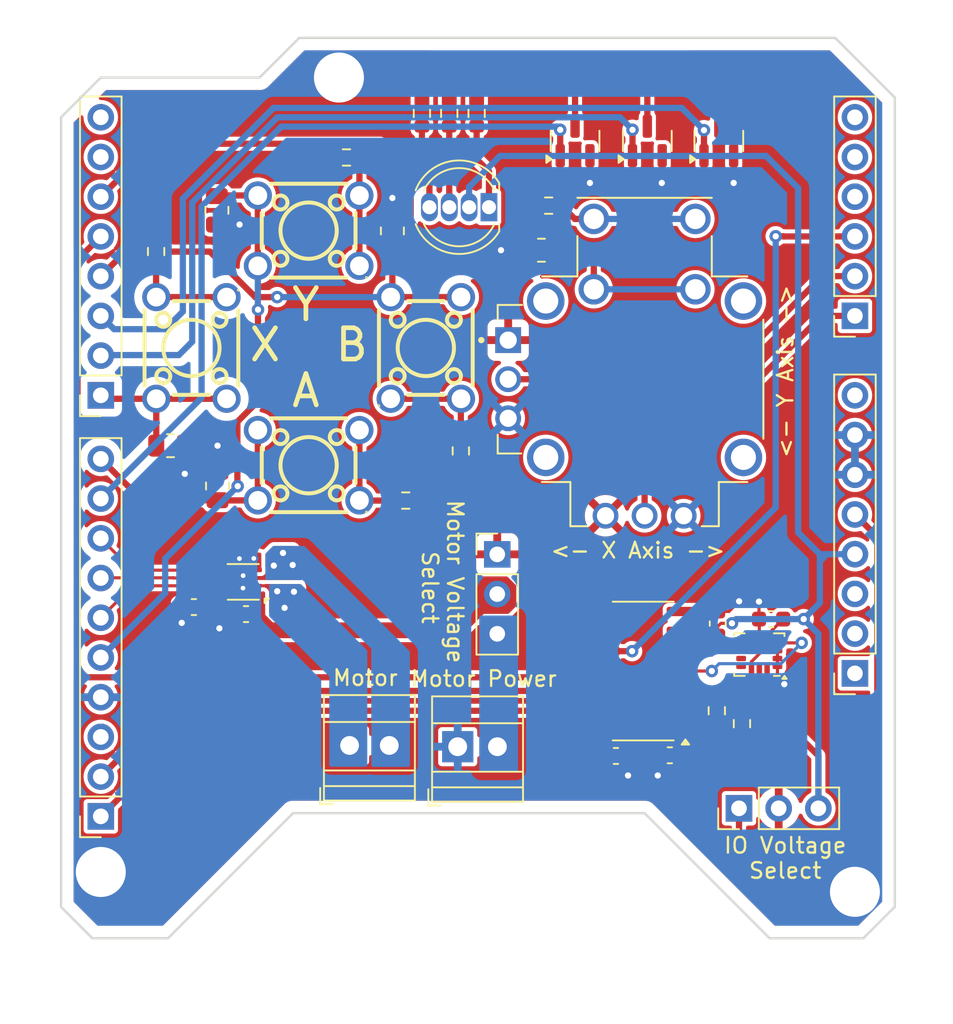
<source format=kicad_pcb>
(kicad_pcb (version 20240108) (generator "pcbnew") (generator_version "8.0")
  (title_block (date "mar. 31 mars 2015"))
  (layers (0 "F.Cu" signal) (31 "B.Cu" signal) (34 "B.Paste" user) (35 "F.Paste" user) (36 "B.SilkS" user "B.Silkscreen") (37 "F.SilkS" user "F.Silkscreen") (38 "B.Mask" user) (39 "F.Mask" user) (44 "Edge.Cuts" user))
  (net 0 "")
  (net 1 "GND")
  (net 3 "+5V")
  (net 4 "/IOREF")
  (net 5 "/A0")
  (net 6 "/A1")
  (net 7 "/A2")
  (net 8 "/A3")
  (net 9 "/SDA{slash}A4")
  (net 10 "/SCL{slash}A5")
  (net 11 "/13")
  (net 12 "/12")
  (net 13 "/AREF")
  (net 14 "/8")
  (net 15 "/7")
  (net 16 "/*11")
  (net 17 "/*10")
  (net 18 "/*9")
  (net 19 "/4")
  (net 20 "/2")
  (net 21 "/*6")
  (net 22 "/*5")
  (net 23 "/TX{slash}1")
  (net 24 "/*3")
  (net 25 "/RX{slash}0")
  (net 26 "+3V3")
  (net 27 "VCC")
  (net 28 "/~{RESET}")
  (net 29 "/Logic_supply")
  (net 30 "Net-(J8-Pin_2)")
  (net 31 "Net-(D1-GA)")
  (net 32 "Net-(D1-BA)")
  (net 33 "Net-(D1-RA)")
  (net 34 "Net-(J5-Pin_2)")
  (net 35 "Net-(J6-Pin_1)")
  (net 36 "Net-(J6-Pin_2)")
  (net 37 "Net-(Q1-D)")
  (net 38 "Net-(Q2-D)")
  (net 39 "Net-(Q3-D)")
  (net 40 "Net-(R1-Pad2)")
  (net 41 "Net-(R5-Pad2)")
  (net 42 "Net-(R6-Pad2)")
  (net 43 "Net-(R8-Pad2)")
  (net 44 "Net-(R10-Pad2)")
  (net 45 "/IMU/INT1_3V3")
  (net 46 "/IMU/SDA_3V3")
  (net 48 "/IMU/SCL_3V3")
  (net 49 "/IMU/INT2_3V3")
  (footprint "Connector_PinSocket_2.54mm:PinSocket_1x08_P2.54mm_Vertical" (layer "F.Cu") (at 159.4 85.85 180)
    (property "Reference" "J1" (hide yes))
    (property "Value" "Power" (hide yes))
  )
  (footprint "Connector_PinSocket_2.54mm:PinSocket_1x06_P2.54mm_Vertical" (layer "F.Cu") (at 159.4 62.99 180)
    (property "Reference" "J3" (hide yes))
    (property "Value" "Analog" (hide yes))
  )
  (footprint "Connector_PinSocket_2.54mm:PinSocket_1x10_P2.54mm_Vertical" (layer "F.Cu") (at 111.14 94.994 180)
    (property "Reference" "J2" (hide yes))
    (property "Value" "Digital/PWM" (hide yes))
  )
  (footprint "Connector_PinSocket_2.54mm:PinSocket_1x08_P2.54mm_Vertical" (layer "F.Cu") (at 111.14 68.07 180)
    (property "Reference" "J4" (hide yes))
    (property "Value" "Digital/PWM" (hide yes))
  )
  (footprint "Resistor_SMD:R_0805_2012Metric" (layer "F.Cu") (at 115.6025 71.29 180)
    (property "Reference" "R7" (hide yes))
    (property "Value" "10K" (hide yes))
  )
  (footprint "STM32_Tuts_Footprints:CNK_THB001P" (layer "F.Cu") (at 145.94 67.04 180)
    (property "Reference" "U3" (hide yes))
    (property "Value" "THB001P" (hide yes))
  )
  (footprint "Connector_PinHeader_2.54mm:PinHeader_1x03_P2.54mm_Vertical" (layer "F.Cu") (at 136.51 78.24)
    (property "Reference" "J8" (hide yes))
    (property "Value" "Conn_01x03" (hide yes))
  )
  (footprint "Capacitor_SMD:C_0603_1608Metric" (layer "F.Cu") (at 120.435 82.06 180)
    (property "Reference" "C4" (hide yes))
    (property "Value" "100nF" (hide yes))
  )
  (footprint "STM32_Tuts_Footprints:SW-TH_4P-L6.0-W6.0-P4.50-LS6.5" (layer "F.Cu") (at 131.94 65.04 90)
    (property "Reference" "SW3" (hide yes))
    (property "Value" "Push Button" (hide yes))
  )
  (footprint "Package_SO:SOIC-14_3.9x8.7mm_P1.27mm" (layer "F.Cu") (at 145.85 85.7025 180)
    (property "Reference" "U5" (hide yes))
    (property "Value" "TXB0104PW" (hide yes))
  )
  (footprint "Resistor_SMD:R_0805_2012Metric" (layer "F.Cu") (at 118.57 56.24 90)
    (property "Reference" "R4" (hide yes))
    (property "Value" "10K" (hide yes))
  )
  (footprint "Resistor_SMD:R_0603_1608Metric" (layer "F.Cu") (at 134.18 71.625 90)
    (property "Reference" "R8" (hide yes))
    (property "Value" "1K" (hide yes))
  )
  (footprint "Package_TO_SOT_SMD:SOT-23" (layer "F.Cu") (at 146.115 51.8025 90)
    (property "Reference" "Q2" (hide yes))
    (property "Value" "2N7002" (hide yes))
  )
  (footprint "Capacitor_SMD:C_0603_1608Metric" (layer "F.Cu") (at 117.095 81.61 180)
    (property "Reference" "C3" (hide yes))
    (property "Value" "100nF" (hide yes))
  )
  (footprint "Resistor_SMD:R_0603_1608Metric" (layer "F.Cu") (at 152.17 89.065 90)
    (property "Reference" "R14" (hide yes))
    (property "Value" "4K7" (hide yes))
  )
  (footprint "Resistor_SMD:R_0603_1608Metric" (layer "F.Cu") (at 135.19 50.04 -90)
    (property "Reference" "R13" (hide yes))
    (property "Value" "1K" (hide yes))
  )
  (footprint "Resistor_SMD:R_0603_1608Metric" (layer "F.Cu") (at 131.69 50.04 -90)
    (property "Reference" "R12" (hide yes))
    (property "Value" "1K" (hide yes))
  )
  (footprint "MountingHole:MountingHole_3.2mm_M3" (layer "F.Cu") (at 111.14 98.55 90)
    (property "Reference" "H2" (hide yes))
    (property "Value" "3.2mm" (hide yes))
  )
  (footprint "Resistor_SMD:R_0805_2012Metric" (layer "F.Cu") (at 139.34 58.79)
    (property "Reference" "R3" (hide yes))
    (property "Value" "10K" (hide yes))
  )
  (footprint "Resistor_SMD:R_0603_1608Metric" (layer "F.Cu") (at 130.655 74.8 180)
    (property "Reference" "R10" (hide yes))
    (property "Value" "1K" (hide yes))
  )
  (footprint "Capacitor_SMD:C_0603_1608Metric" (layer "F.Cu") (at 154.035 82.38 180)
    (property "Reference" "C1" (hide yes))
    (property "Value" "100nF" (hide yes))
  )
  (footprint "Resistor_SMD:R_0603_1608Metric" (layer "F.Cu") (at 133.44 50.04 -90)
    (property "Reference" "R2" (hide yes))
    (property "Value" "1K" (hide yes))
  )
  (footprint "Package_TO_SOT_SMD:SOT-23" (layer "F.Cu") (at 150.69 51.8025 90)
    (property "Reference" "Q1" (hide yes))
    (property "Value" "2N7002" (hide yes))
  )
  (footprint "Resistor_SMD:R_0603_1608Metric" (layer "F.Cu") (at 126.865 52.86)
    (property "Reference" "R5" (hide yes))
    (property "Value" "1K" (hide yes))
  )
  (footprint "Resistor_SMD:R_0603_1608Metric" (layer "F.Cu") (at 114.68 58.875 -90)
    (property "Reference" "R6" (hide yes))
    (property "Value" "1K" (hide yes))
  )
  (footprint "Package_SON:WSON-8-1EP_2x2mm_P0.5mm_EP0.9x1.6mm" (layer "F.Cu") (at 120.25 80 180)
    (property "Reference" "U2" (hide yes))
    (property "Value" "DRV8837C" (hide yes))
  )
  (footprint "STM32_Tuts_Footprints:SW-TH_4P-L6.0-W6.0-P4.50-LS6.5" (layer "F.Cu") (at 116.94 65.04 -90)
    (property "Reference" "SW2" (hide yes))
    (property "Value" "Push Button" (hide yes))
  )
  (footprint "Resistor_SMD:R_0603_1608Metric" (layer "F.Cu") (at 150.56 88.24 90)
    (property "Reference" "R15" (hide yes))
    (property "Value" "4K7" (hide yes))
  )
  (footprint "Capacitor_SMD:C_0603_1608Metric" (layer "F.Cu") (at 147.555 91.09 180)
    (property "Reference" "C5" (hide yes))
    (property "Value" "100nF" (hide yes))
  )
  (footprint "Resistor_SMD:R_0805_2012Metric" (layer "F.Cu") (at 129.8 57.5575 -90)
    (property "Reference" "R9" (hide yes))
    (property "Value" "10K" (hide yes))
  )
  (footprint "Capacitor_SMD:C_0603_1608Metric" (layer "F.Cu") (at 150.62 82.665 90)
    (property "Reference" "C2" (hide yes))
    (property "Value" "100nF" (hide yes))
  )
  (footprint "TerminalBlock:TerminalBlock_Xinya_XY308-2.54-2P_1x02_P2.54mm_Horizontal" (layer "F.Cu") (at 127.06 90.46)
    (property "Reference" "J6" (hide yes))
    (property "Value" "XY308-2.54-2P" (hide yes))
  )
  (footprint "STM32_Tuts_Footprints:SW-TH_4P-L6.0-W6.0-P4.50-LS6.5" (layer "F.Cu") (at 124.44 57.54 180)
    (property "Reference" "SW1" (hide yes))
    (property "Value" "Push Button" (hide yes))
  )
  (footprint "Package_TO_SOT_SMD:SOT-23" (layer "F.Cu") (at 141.49 51.8025 90)
    (property "Reference" "Q3" (hide yes))
    (property "Value" "2N7002" (hide yes))
  )
  (footprint "Capacitor_SMD:C_0603_1608Metric" (layer "F.Cu") (at 144.105 91.13)
    (property "Reference" "C6" (hide yes))
    (property "Value" "100nF" (hide yes))
  )
  (footprint "Resistor_SMD:R_0603_1608Metric" (layer "F.Cu") (at 139.8 55.94)
    (property "Reference" "R1" (hide yes))
    (property "Value" "1K" (hide yes))
  )
  (footprint "LED_THT:LED_D5.0mm-4_RGB" (layer "F.Cu") (at 135.98 56.04 180)
    (property "Reference" "D1" (hide yes))
    (property "Value" "LED_RKGB" (hide yes))
  )
  (footprint "Connector_PinHeader_2.54mm:PinHeader_1x03_P2.54mm_Vertical" (layer "F.Cu") (at 151.98 94.48 90)
    (property "Reference" "J7" (hide yes))
    (property "Value" "Conn_01x03" (hide yes))
  )
  (footprint "TerminalBlock:TerminalBlock_Xinya_XY308-2.54-2P_1x02_P2.54mm_Horizontal" (layer "F.Cu") (at 133.98 90.54)
    (property "Reference" "J5" (hide yes))
    (property "Value" "XY308-2.54-2P" (hide yes))
  )
  (footprint "STM32_Tuts_Footprints:SW-TH_4P-L6.0-W6.0-P4.50-LS6.5" (layer "F.Cu") (at 124.44 72.54 180)
    (property "Reference" "SW4" (hide yes))
    (property "Value" "Push Button" (hide yes))
  )
  (footprint "Resistor_SMD:R_0805_2012Metric" (layer "F.Cu") (at 118.61 73.8675 -90)
    (property "Reference" "R11" (hide yes))
    (property "Value" "10K" (hide yes))
  )
  (footprint "MountingHole:MountingHole_3.2mm_M3" (layer "F.Cu") (at 159.4 99.82 90)
    (property "Reference" "H3" (hide yes))
    (property "Value" "3.2mm" (hide yes))
  )
  (footprint "MountingHole:MountingHole_3.2mm_M3" (layer "F.Cu") (at 126.38 47.75 90)
    (property "Reference" "H1" (hide yes))
    (property "Value" "3.2mm" (hide yes))
  )
  (footprint "Package_LGA:LGA-14_3x2.5mm_P0.5mm_LayoutBorder3x4y" (layer "F.Cu") (at 153.28 84.65 180)
    (property "Reference" "U1" (hide yes))
    (property "Value" "LSM6DS3" (hide yes))
  )
  (gr_line (start 121.3 47.75) (end 123.84 45.21) (stroke (width 0.15)) (layer "Edge.Cuts"))
  (gr_line (start 115.44 102.79) (end 123.44 94.79) (stroke (width 0.15)) (layer "Edge.Cuts"))
  (gr_line (start 153.94 102.79) (end 159.94 102.79) (stroke (width 0.15)) (layer "Edge.Cuts"))
  (gr_line (start 161.94995 49.02995) (end 161.94995 100.79) (stroke (width 0.15)) (layer "Edge.Cuts"))
  (gr_line (start 115.44 102.79) (end 110.6 102.79) (stroke (width 0.15)) (layer "Edge.Cuts"))
  (gr_line (start 123.84 45.21) (end 158.13 45.21) (stroke (width 0.15)) (layer "Edge.Cuts"))
  (gr_line (start 145.94 94.79) (end 153.94 102.79) (stroke (width 0.15)) (layer "Edge.Cuts"))
  (gr_line (start 158.13 45.21) (end 161.94995 49.02995) (stroke (width 0.15)) (layer "Edge.Cuts"))
  (gr_line (start 108.6 50.29) (end 111.14 47.75) (stroke (width 0.15)) (layer "Edge.Cuts"))
  (gr_line (start 108.6 50.29) (end 108.6 100.79) (stroke (width 0.15)) (layer "Edge.Cuts"))
  (gr_line (start 123.44 94.79) (end 145.94 94.79) (stroke (width 0.15)) (layer "Edge.Cuts"))
  (gr_line (start 159.94 102.79) (end 161.94 100.79) (stroke (width 0.15)) (layer "Edge.Cuts"))
  (gr_line (start 108.6 100.79) (end 110.6 102.79) (stroke (width 0.15)) (layer "Edge.Cuts"))
  (gr_line (start 111.14 47.75) (end 121.3 47.75) (stroke (width 0.15)) (layer "Edge.Cuts"))
  (gr_text "A" (at 123.21 68.94 0) (layer "F.SilkS") (effects (font (size 2 2) (thickness 0.3)) (justify left bottom)))
  (gr_text "<- X Axis ->" (at 139.84 78.57 0) (layer "F.SilkS") (effects (font (size 1 1)) (justify left bottom)))
  (gr_text "Y" (at 123.21 63.44 0) (layer "F.SilkS") (effects (font (size 2 2) (thickness 0.3)) (justify left bottom)))
  (gr_text "IO Voltage\nSelect" (at 154.94 99.05 0) (layer "F.SilkS") (effects (font (size 1 1)) (justify bottom)))
  (gr_text "X" (at 120.5 66.01 0) (layer "F.SilkS") (effects (font (size 2 2) (thickness 0.3)) (justify left bottom)))
  (gr_text "Motor Power" (at 130.88 86.78 0) (layer "F.SilkS") (effects (font (size 1 1)) (justify left bottom)))
  (gr_text "Motor" (at 125.9 86.72 0) (layer "F.SilkS") (effects (font (size 1 1)) (justify left bottom)))
  (gr_text "Motor Voltage \nSelect" (at 131.62 80.36 -90) (layer "F.SilkS") (effects (font (size 1 1)) (justify bottom)))
  (gr_text "<- Y Axis ->" (at 155.53 72.16 90) (layer "F.SilkS") (effects (font (size 1 1)) (justify left bottom)))
  (gr_text "B" (at 126 66.01 0) (layer "F.SilkS") (effects (font (size 2 2) (thickness 0.3)) (justify left bottom)))
  (segment (start 147.065 54.465) (end 147.04 54.49) (width 0.4) (layer "F.Cu") (net 1))
  (segment (start 153.28 83.7375) (end 153.28 82.4) (width 0.2) (layer "F.Cu") (net 1))
  (segment (start 150.62 81.89) (end 148.3275 81.89) (width 0.2) (layer "F.Cu") (net 1))
  (segment (start 138.4275 58.79) (end 136.75 58.79) (width 0.4) (layer "F.Cu") (net 1))
  (segment (start 142.44 52.74) (end 142.44 54.49) (width 0.4) (layer "F.Cu") (net 1))
  (segment (start 120.02 57.15) (end 118.5725 57.15) (width 0.4) (layer "F.Cu") (net 1))
  (segment (start 151.34 81.89) (end 151.99 81.24) (width 0.2) (layer "F.Cu") (net 1))
  (segment (start 144.88 91.13) (end 144.88 92.38) (width 0.4) (layer "F.Cu") (net 1))
  (segment (start 147.065 52.74) (end 147.065 54.465) (width 0.4) (layer "F.Cu") (net 1))
  (segment (start 118.5725 57.15) (end 118.57 57.1525) (width 0.4) (layer "F.Cu") (net 1))
  (segment (start 119.66 82.06) (end 119.64 82.06) (width 0.2) (layer "F.Cu") (net 1))
  (segment (start 116.515 71.29) (end 116.515 73.09) (width 0.4) (layer "F.Cu") (net 1))
  (segment (start 118.61 72.955) (end 118.61 71.29) (width 0.4) (layer "F.Cu") (net 1))
  (segment (start 153.26 82.38) (end 153.26 81.26) (width 0.2) (layer "F.Cu") (net 1))
  (segment (start 154.4425 84.4) (end 154.4425 84.9) (width 0.2) (layer "F.Cu") (net 1))
  (segment (start 154.4425 84.9) (end 154.4425 85.4) (width 0.2) (layer "F.Cu") (net 1))
  (segment (start 154.4425 85.4) (end 154.4425 86.1025) (width 0.2) (layer "F.Cu") (net 1))
  (segment (start 153.28 82.4) (end 153.26 82.38) (width 0.2) (layer "F.Cu") (net 1))
  (segment (start 150.62 81.89) (end 151.34 81.89) (width 0.2) (layer "F.Cu") (net 1))
  (segment (start 151.64 52.74) (end 151.64 54.49) (width 0.4) (layer "F.Cu") (net 1))
  (segment (start 148.3275 81.89) (end 148.325 81.8925) (width 0.2) (layer "F.Cu") (net 1))
  (segment (start 146.78 91.09) (end 146.78 92.38) (width 0.4) (layer "F.Cu") (net 1))
  (segment (start 119.64 82.06) (end 118.73 82.97) (width 0.2) (layer "F.Cu") (net 1))
  (segment (start 152.78 83.7375) (end 153.28 83.7375) (width 0.2) (layer "F.Cu") (net 1))
  (segment (start 154.4425 86.1025) (end 154.88 86.54) (width 0.2) (layer "F.Cu") (net 1))
  (segment (start 129.8 56.645) (end 129.8 55.45) (width 0.4) (layer "F.Cu") (net 1))
  (segment (start 116.32 81.61) (end 116.32 82.62) (width 0.2) (layer "F.Cu") (net 1))
  (via (at 151.99 81.24) (size 0.8) (drill 0.4) (layers "F.Cu" "B.Cu") (net 1))
  (via (at 146.78 92.38) (size 0.8) (drill 0.4) (layers "F.Cu" "B.Cu") (net 1))
  (via (at 120.02 57.15) (size 0.8) (drill 0.4) (layers "F.Cu" "B.Cu") (net 1))
  (via (at 116.32 82.62) (size 0.8) (drill 0.4) (layers "F.Cu" "B.Cu") (net 1))
  (via (at 144.88 92.38) (size 0.8) (drill 0.4) (layers "F.Cu" "B.Cu") (net 1))
  (via (at 120.25 79.6) (size 0.6) (drill 0.3) (layers "F.Cu" "B.Cu") (net 1))
  (via (at 120.93 78.5) (size 0.6) (drill 0.3) (layers "F.Cu" "B.Cu") (net 1))
  (via (at 154.88 86.54) (size 0.8) (drill 0.4) (layers "F.Cu" "B.Cu") (net 1))
  (via (at 153.26 81.26) (size 0.8) (drill 0.4) (layers "F.Cu" "B.Cu") (net 1))
  (via (at 118.61 71.29) (size 0.8) (drill 0.4) (layers "F.Cu" "B.Cu") (net 1))
  (via (at 151.64 54.49) (size 0.8) (drill 0.4) (layers "F.Cu" "B.Cu") (net 1))
  (via (at 118.73 82.97) (size 0.8) (drill 0.4) (layers "F.Cu" "B.Cu") (net 1))
  (via (at 147.04 54.49) (size 0.8) (drill 0.4) (layers "F.Cu" "B.Cu") (net 1))
  (via (at 120.24 80.4) (size 0.6) (drill 0.3) (layers "F.Cu" "B.Cu") (net 1))
  (via (at 116.515 73.09) (size 0.8) (drill 0.4) (layers "F.Cu" "B.Cu") (net 1))
  (via (at 120.01 78.51) (size 0.6) (drill 0.3) (layers "F.Cu" "B.Cu") (net 1))
  (via (at 129.8 55.45) (size 0.8) (drill 0.4) (layers "F.Cu" "B.Cu") (net 1))
  (via (at 136.75 58.79) (size 0.8) (drill 0.4) (layers "F.Cu" "B.Cu") (net 1))
  (via (at 142.44 54.49) (size 0.8) (drill 0.4) (layers "F.Cu" "B.Cu") (net 1))
  (segment (start 153.02 97.46) (end 151.98 96.42) (width 0.4) (layer "F.Cu") (net 3))
  (segment (start 160.83 95.844416) (end 159.214416 97.46) (width 0.4) (layer "F.Cu") (net 3))
  (segment (start 151.98 96.42) (end 151.98 94.48) (width 0.4) (layer "F.Cu") (net 3))
  (segment (start 159.4 75.69) (end 160.83 77.12) (width 0.4) (layer "F.Cu") (net 3))
  (segment (start 160.83 77.12) (end 160.83 95.844416) (width 0.4) (layer "F.Cu") (net 3))
  (segment (start 159.214416 97.46) (end 153.02 97.46) (width 0.4) (layer "F.Cu") (net 3))
  (segment (start 157.28 62.99) (end 145.94 74.33) (width 0.4) (layer "F.Cu") (net 5))
  (segment (start 159.4 62.99) (end 157.28 62.99) (width 0.4) (layer "F.Cu") (net 5))
  (segment (start 145.94 74.33) (end 145.94 75.77) (width 0.4) (layer "F.Cu") (net 5))
  (segment (start 137.21 67.04) (end 150.72 67.04) (width 0.4) (layer "F.Cu") (net 6))
  (segment (start 150.72 67.04) (end 157.31 60.45) (width 0.4) (layer "F.Cu") (net 6))
  (segment (start 157.31 60.45) (end 159.4 60.45) (width 0.4) (layer "F.Cu") (net 6))
  (segment (start 154.33 57.9) (end 154.84 57.9) (width 0.4) (layer "F.Cu") (net 7))
  (segment (start 154.85 57.91) (end 159.4 57.91) (width 0.4) (layer "F.Cu") (net 7))
  (segment (start 154.84 57.9) (end 154.85 57.91) (width 0.4) (layer "F.Cu") (net 7))
  (segment (start 143.375 84.4325) (end 145.1375 84.4325) (width 0.4) (layer "F.Cu") (net 7))
  (segment (start 145.1375 84.4325) (end 145.14 84.43) (width 0.4) (layer "F.Cu") (net 7))
  (via (at 154.33 57.9) (size 0.8) (drill 0.4) (layers "F.Cu" "B.Cu") (net 7))
  (via (at 145.14 84.43) (size 0.8) (drill 0.4) (layers "F.Cu" "B.Cu") (net 7))
  (segment (start 154.33 75.24) (end 154.33 57.9) (width 0.4) (layer "B.Cu") (net 7))
  (segment (start 145.14 84.43) (end 154.33 75.24) (width 0.4) (layer "B.Cu") (net 7))
  (segment (start 116.6215 86.9725) (end 111.14 92.454) (width 0.4) (layer "F.Cu") (net 9))
  (segment (start 143.375 86.9725) (end 116.6215 86.9725) (width 0.4) (layer "F.Cu") (net 9))
  (segment (start 117.8915 88.2425) (end 111.14 94.994) (width 0.4) (layer "F.Cu") (net 10))
  (segment (start 143.375 88.2425) (end 117.8915 88.2425) (width 0.4) (layer "F.Cu") (net 10))
  (segment (start 119.88 69.76165) (end 119.88 73.86) (width 0.4) (layer "F.Cu") (net 11))
  (segment (start 121.190064 55.290064) (end 121.190064 59.789936) (width 0.4) (layer "F.Cu") (net 11))
  (segment (start 121.2 68.44165) (end 119.88 69.76165) (width 0.4) (layer "F.Cu") (net 11))
  (segment (start 119.88 73.86) (end 119.9 73.88) (width 0.4) (layer "F.Cu") (net 11))
  (segment (start 121.2 62.590064) (end 121.2 68.44165) (width 0.4) (layer "F.Cu") (net 11))
  (segment (start 118.57 55.3275) (end 118.6075 55.29) (width 0.4) (layer "F.Cu") (net 11))
  (segment (start 121.19 55.29) (end 121.190064 55.290064) (width 0.4) (layer "F.Cu") (net 11))
  (segment (start 118.6075 55.29) (end 121.19 55.29) (width 0.4) (layer "F.Cu") (net 11))
  (via (at 121.2 62.590064) (size 0.8) (drill 0.4) (layers "F.Cu" "B.Cu") (net 11))
  (via (at 119.9 73.88) (size 0.8) (drill 0.4) (layers "F.Cu" "B.Cu") (net 11))
  (segment (start 119.9 73.88) (end 115.26 78.52) (width 0.4) (layer "B.Cu") (net 11))
  (segment (start 115.26 78.52) (end 115.26 80.714) (width 0.4) (layer "B.Cu") (net 11))
  (segment (start 121.190064 62.580128) (end 121.2 62.590064) (width 0.4) (layer "B.Cu") (net 11))
  (segment (start 115.26 80.714) (end 111.14 84.834) (width 0.4) (layer "B.Cu") (net 11))
  (segment (start 121.190064 59.789936) (end 121.190064 62.580128) (width 0.4) (layer "B.Cu") (net 11))
  (segment (start 119.3 80.25) (end 113.184 80.25) (width 0.2) (layer "F.Cu") (net 12))
  (segment (start 113.184 80.25) (end 111.14 82.294) (width 0.2) (layer "F.Cu") (net 12))
  (segment (start 118.619936 74.789936) (end 118.61 74.78) (width 0.4) (layer "F.Cu") (net 14))
  (segment (start 121.190064 70.290064) (end 121.190064 74.789936) (width 0.4) (layer "F.Cu") (net 14))
  (segment (start 118.61 74.78) (end 113.786 74.78) (width 0.4) (layer "F.Cu") (net 14))
  (segment (start 121.190064 74.789936) (end 118.619936 74.789936) (width 0.4) (layer "F.Cu") (net 14))
  (segment (start 113.786 74.78) (end 111.14 72.134) (width 0.4) (layer "F.Cu") (net 14))
  (segment (start 114.69 68.29) (end 114.690064 68.289936) (width 0.4) (layer "F.Cu") (net 15))
  (segment (start 111.359936 68.289936) (end 111.14 68.07) (width 0.4) (layer "F.Cu") (net 15))
  (segment (start 114.69 71.29) (end 114.69 68.29) (width 0.4) (layer "F.Cu") (net 15))
  (segment (start 114.690064 68.289936) (end 111.359936 68.289936) (width 0.4) (layer "F.Cu") (net 15))
  (segment (start 119.189936 68.289936) (end 114.690064 68.289936) (width 0.4) (layer "F.Cu") (net 15))
  (segment (start 111.154 79.74) (end 111.14 79.754) (width 0.2) (layer "F.Cu") (net 16))
  (segment (start 115.784314 79.75) (end 115.774314 79.74) (width 0.2) (layer "F.Cu") (net 16))
  (segment (start 119.3 79.75) (end 115.784314 79.75) (width 0.2) (layer "F.Cu") (net 16))
  (segment (start 115.774314 79.74) (end 111.154 79.74) (width 0.2) (layer "F.Cu") (net 16))
  (segment (start 111.14 77.23) (end 111.14 77.214) (width 0.2) (layer "F.Cu") (net 17))
  (segment (start 119.3 79.25) (end 113.16 79.25) (width 0.2) (layer "F.Cu") (net 17))
  (segment (start 113.16 79.25) (end 111.14 77.23) (width 0.2) (layer "F.Cu") (net 17))
  (segment (start 140.54 52.74) (end 140.54 51.09) (width 0.4) (layer "F.Cu") (net 18))
  (via (at 140.54 51.09) (size 0.8) (drill 0.4) (layers "F.Cu" "B.Cu") (net 18))
  (segment (start 122.69 50.89) (end 117.59 55.99) (width 0.4) (layer "B.Cu") (net 18))
  (segment (start 117.59 55.99) (end 117.59 68.224) (width 0.4) (layer "B.Cu") (net 18))
  (segment (start 140.54 51.09) (end 140.34 50.89) (width 0.4) (layer "B.Cu") (net 18))
  (segment (start 140.34 50.89) (end 122.69 50.89) (width 0.4) (layer "B.Cu") (net 18))
  (segment (start 117.59 68.224) (end 111.14 74.674) (width 0.4) (layer "B.Cu") (net 18))
  (segment (start 118.11835 58.88) (end 112.71 58.88) (width 0.4) (layer "F.Cu") (net 19))
  (segment (start 121.028414 61.790064) (end 118.11835 58.88) (width 0.4) (layer "F.Cu") (net 19))
  (segment (start 122.43 61.79) (end 121.028478 61.79) (width 0.4) (layer "F.Cu") (net 19))
  (segment (start 129.8 58.47) (end 129.8 61.680128) (width 0.4) (layer "F.Cu") (net 19))
  (segment (start 121.028478 61.79) (end 121.028414 61.790064) (width 0.4) (layer "F.Cu") (net 19))
  (segment (start 134.189936 61.790064) (end 129.690064 61.790064) (width 0.4) (layer "F.Cu") (net 19))
  (segment (start 112.71 58.88) (end 111.14 60.45) (width 0.4) (layer "F.Cu") (net 19))
  (segment (start 129.8 61.680128) (end 129.690064 61.790064) (width 0.4) (layer "F.Cu") (net 19))
  (via (at 122.43 61.79) (size 0.8) (drill 0.4) (layers "F.Cu" "B.Cu") (net 19))
  (segment (start 122.430064 61.790064) (end 122.43 61.79) (width 0.4) (layer "B.Cu") (net 19))
  (segment (start 129.690064 61.790064) (end 122.430064 61.790064) (width 0.4) (layer "B.Cu") (net 19))
  (segment (start 132.25 60.18) (end 130.97 58.9) (width 0.4) (layer "F.Cu") (net 20))
  (segment (start 114.53 51.98) (end 111.14 55.37) (width 0.4) (layer "F.Cu") (net 20))
  (segment (start 130.97 53.94) (end 129.01 51.98) (width 0.4) (layer "F.Cu") (net 20))
  (segment (start 130.97 58.9) (end 130.97 53.94) (width 0.4) (layer "F.Cu") (net 20))
  (segment (start 129.01 51.98) (end 114.53 51.98) (width 0.4) (layer "F.Cu") (net 20))
  (segment (start 142.69 59.39) (end 142.69 61.29) (width 0.4) (layer "F.Cu") (net 20))
  (segment (start 140.2525 58.79) (end 138.8625 60.18) (width 0.4) (layer "F.Cu") (net 20))
  (segment (start 140.2525 58.79) (end 142.09 58.79) (width 0.4) (layer "F.Cu") (net 20))
  (segment (start 138.8625 60.18) (end 132.25 60.18) (width 0.4) (layer "F.Cu") (net 20))
  (segment (start 142.09 58.79) (end 142.69 59.39) (width 0.4) (layer "F.Cu") (net 20))
  (segment (start 142.69 61.29) (end 149.19 61.29) (width 0.4) (layer "B.Cu") (net 20))
  (segment (start 145.165 52.74) (end 145.165 51.09) (width 0.4) (layer "F.Cu") (net 21))
  (via (at 145.165 51.09) (size 0.8) (drill 0.4) (layers "F.Cu" "B.Cu") (net 21))
  (segment (start 145.165 51.09) (end 144.365 50.29) (width 0.4) (layer "B.Cu") (net 21))
  (segment (start 111.173261 65.496739) (end 111.14 65.53) (width 0.4) (layer "B.Cu") (net 21))
  (segment (start 116.99 64.64) (end 116.133261 65.496739) (width 0.4) (layer "B.Cu") (net 21))
  (segment (start 122.441472 50.29) (end 116.99 55.741472) (width 0.4) (layer "B.Cu") (net 21))
  (segment (start 116.99 55.741472) (end 116.99 64.64) (width 0.4) (layer "B.Cu") (net 21))
  (segment (start 144.365 50.29) (end 122.441472 50.29) (width 0.4) (layer "B.Cu") (net 21))
  (segment (start 116.133261 65.496739) (end 111.173261 65.496739) (width 0.4) (layer "B.Cu") (net 21))
  (segment (start 149.74 52.74) (end 149.74 51.115) (width 0.4) (layer "F.Cu") (net 22))
  (via (at 149.74 51.115) (size 0.8) (drill 0.4) (layers "F.Cu" "B.Cu") (net 22))
  (segment (start 149.74 51.115) (end 148.315 49.69) (width 0.4) (layer "B.Cu") (net 22))
  (segment (start 148.315 49.69) (end 122.192944 49.69) (width 0.4) (layer "B.Cu") (net 22))
  (segment (start 116.39 62.715) (end 115.265 63.84) (width 0.4) (layer "B.Cu") (net 22))
  (segment (start 122.192944 49.69) (end 116.39 55.492944) (width 0.4) (layer "B.Cu") (net 22))
  (segment (start 111.99 63.84) (end 111.14 62.99) (width 0.4) (layer "B.Cu") (net 22))
  (segment (start 116.39 55.492944) (end 116.39 62.715) (width 0.4) (layer "B.Cu") (net 22))
  (segment (start 115.265 63.84) (end 111.99 63.84) (width 0.4) (layer "B.Cu") (net 22))
  (segment (start 109.65 59.4) (end 111.14 57.91) (width 0.4) (layer "F.Cu") (net 24))
  (segment (start 139.67 86.1) (end 110.2 86.1) (width 0.4) (layer "F.Cu") (net 24))
  (segment (start 110.2 86.1) (end 109.65 85.55) (width 0.4) (layer "F.Cu") (net 24))
  (segment (start 143.375 85.7025) (end 140.0675 85.7025) (width 0.4) (layer "F.Cu") (net 24))
  (segment (start 109.65 85.55) (end 109.65 59.4) (width 0.4) (layer "F.Cu") (net 24))
  (segment (start 140.0675 85.7025) (end 139.67 86.1) (width 0.4) (layer "F.Cu") (net 24))
  (segment (start 150.62 82.85) (end 150.62 83.44) (width 0.2) (layer "F.Cu") (net 26))
  (segment (start 150.82 82.65) (end 150.62 82.85) (width 0.2) (layer "F.Cu") (net 26))
  (segment (start 151.529286 82.65) (end 150.82 82.65) (width 0.2) (layer "F.Cu") (net 26))
  (segment (start 152.1175 83.9) (end 151.08 83.9) (width 0.2) (layer "F.Cu") (net 26))
  (segment (start 157.06 94.48) (end 157.06 91.12) (width 0.4) (layer "F.Cu") (net 26))
  (segment (start 151.08 83.9) (end 150.62 83.44) (width 0.2) (layer "F.Cu") (net 26))
  (segment (start 153.78 84.100432) (end 153.78 83.7375) (width 0.2) (layer "F.Cu") (net 26))
  (segment (start 157.06 91.12) (end 155.83 89.89) (width 0.4) (layer "F.Cu") (net 26))
  (segment (start 153.78 83.7375) (end 153.78 83.41) (width 0.2) (layer "F.Cu") (net 26))
  (segment (start 152.78 85.5625) (end 152.78 85.100432) (width 0.2) (layer "F.Cu") (net 26))
  (segment (start 152.78 85.100432) (end 153.78 84.100432) (width 0.2) (layer "F.Cu") (net 26))
  (segment (start 155.83 89.89) (end 152.17 89.89) (width 0.4) (layer "F.Cu") (net 26))
  (segment (start 153.78 83.41) (end 154.81 82.38) (width 0.2) (layer "F.Cu") (net 26))
  (segment (start 148.33 89.5175) (end 148.325 89.5125) (width 0.2) (layer "F.Cu") (net 26))
  (segment (start 154.81 82.38) (end 156.12 82.38) (width 0.2) (layer "F.Cu") (net 26))
  (via (at 151.529286 82.65) (size 0.8) (drill 0.4) (layers "F.Cu" "B.Cu") (net 26))
  (via (at 156.12 82.38) (size 0.8) (drill 0.4) (layers "F.Cu" "B.Cu") (net 26))
  (segment (start 157.06 94.48) (end 157.06 83.32) (width 0.4) (layer "B.Cu") (net 26))
  (segment (start 157.58 78.255) (end 157.155 78.68) (width 0.4) (layer "B.Cu") (net 26))
  (segment (start 157.58 78.23) (end 157.58 78.255) (width 0.4) (layer "B.Cu") (net 26))
  (segment (start 134.71 54.74) (end 136.685 52.765) (width 0.4) (layer "B.Cu") (net 26))
  (segment (start 157.155 78.23) (end 157.155 78.68) (width 0.4) (layer "B.Cu") (net 26))
  (segment (start 136.685 52.765) (end 153.715 52.765) (width 0.4) (layer "B.Cu") (net 26))
  (segment (start 157.155 78.23) (end 157.58 78.23) (width 0.4) (layer "B.Cu") (net 26))
  (segment (start 157.06 83.32) (end 156.12 82.38) (width 0.4) (layer "B.Cu") (net 26))
  (segment (start 155.765 54.815) (end 155.765 76.84) (width 0.4) (layer "B.Cu") (net 26))
  (segment (start 153.715 52.765) (end 155.765 54.815) (width 0.4) (layer "B.Cu") (net 26))
  (segment (start 151.529286 82.65) (end 151.799286 82.38) (width 0.4) (layer "B.Cu") (net 26))
  (segment (start 157.58 78.23) (end 159.4 78.23) (width 0.4) (layer "B.Cu") (net 26))
  (segment (start 157.155 81.345) (end 156.12 82.38) (width 0.4) (layer "B.Cu") (net 26))
  (segment (start 155.765 76.84) (end 157.155 78.23) (width 0.4) (layer "B.Cu") (net 26))
  (segment (start 157.155 78.68) (end 157.155 81.345) (width 0.4) (layer "B.Cu") (net 26))
  (segment (start 151.799286 82.38) (end 156.12 82.38) (width 0.4) (layer "B.Cu") (net 26))
  (segment (start 134.71 56.04) (end 134.71 54.74) (width 0.4) (layer "B.Cu") (net 26))
  (segment (start 117.87 82.37) (end 117.56 82.68) (width 0.4) (layer "F.Cu") (net 29))
  (segment (start 117.87 81.61) (end 117.87 82.37) (width 0.4) (layer "F.Cu") (net 29))
  (segment (start 119.3 80.75) (end 118.69 80.75) (width 0.2) (layer "F.Cu") (net 29))
  (segment (start 117.87 81.57) (end 117.87 81.61) (width 0.2) (layer "F.Cu") (net 29))
  (segment (start 118.69 80.75) (end 117.87 81.57) (width 0.2) (layer "F.Cu") (net 29))
  (segment (start 136.48 80.75) (end 136.51 80.78) (width 0.2) (layer "F.Cu") (net 30))
  (segment (start 133.44 50.865) (end 133.44 56.04) (width 0.4) (layer "F.Cu") (net 31))
  (segment (start 131.69 53.415) (end 132.17 53.895) (width 0.4) (layer "F.Cu") (net 32))
  (segment (start 132.17 53.895) (end 132.17 56.04) (width 0.4) (layer "F.Cu") (net 32))
  (segment (start 131.69 50.865) (end 131.69 53.415) (width 0.4) (layer "F.Cu") (net 32))
  (segment (start 135.98 53.755) (end 135.19 52.965) (width 0.4) (layer "F.Cu") (net 33))
  (segment (start 135.19 52.965) (end 135.19 50.865) (width 0.4) (layer "F.Cu") (net 33))
  (segment (start 135.98 56.04) (end 135.98 53.755) (width 0.4) (layer "F.Cu") (net 33))
  (segment (start 121.2 80.25) (end 121.76 80.25) (width 0.2) (layer "F.Cu") (net 35))
  (via (at 122.9 81.66) (size 0.8) (drill 0.4) (layers "F.Cu" "B.Cu") (net 35))
  (via (at 122.43 80.6) (size 0.8) (drill 0.4) (layers "F.Cu" "B.Cu") (net 35))
  (via (at 123.5 80.63) (size 0.8) (drill 0.4) (layers "F.Cu" "B.Cu") (net 35))
  (via (at 122.8 78.15) (size 0.8) (drill 0.4) (layers "F.Cu" "B.Cu") (net 36))
  (via (at 123.42 78.92) (size 0.8) (drill 0.4) (layers "F.Cu" "B.Cu") (net 36))
  (via (at 122.21 78.96) (size 0.8) (drill 0.4) (layers "F.Cu" "B.Cu") (net 36))
  (segment (start 132.59 46.54) (end 131.69 47.44) (width 0.4) (layer "F.Cu") (net 37))
  (segment (start 150.69 48.79) (end 148.44 46.54) (width 0.4) (layer "F.Cu") (net 37))
  (segment (start 148.44 46.54) (end 132.59 46.54) (width 0.4) (layer "F.Cu") (net 37))
  (segment (start 150.69 50.865) (end 150.69 48.79) (width 0.4) (layer "F.Cu") (net 37))
  (segment (start 131.69 47.44) (end 131.69 49.215) (width 0.4) (layer "F.Cu") (net 37))
  (segment (start 146.115 48.215) (end 145.04 47.14) (width 0.4) (layer "F.Cu") (net 38))
  (segment (start 145.04 47.14) (end 134.09 47.14) (width 0.4) (layer "F.Cu") (net 38))
  (segment (start 146.115 50.865) (end 146.115 48.215) (width 0.4) (layer "F.Cu") (net 38))
  (segment (start 133.44 47.79) (end 133.44 49.215) (width 0.4) (layer "F.Cu") (net 38))
  (segment (start 134.09 47.14) (end 133.44 47.79) (width 0.4) (layer "F.Cu") (net 38))
  (segment (start 141.49 50.865) (end 141.49 48.74) (width 0.4) (layer "F.Cu") (net 39))
  (segment (start 140.49 47.74) (end 135.64 47.74) (width 0.4) (layer "F.Cu") (net 39))
  (segment (start 141.49 48.74) (end 140.49 47.74) (width 0.4) (layer "F.Cu") (net 39))
  (segment (start 135.64 47.74) (end 135.19 48.19) (width 0.4) (layer "F.Cu") (net 39))
  (segment (start 135.19 48.19) (end 135.19 49.215) (width 0.4) (layer "F.Cu") (net 39))
  (segment (start 141.475 56.79) (end 142.69 56.79) (width 0.4) (layer "F.Cu") (net 40))
  (segment (start 140.625 55.94) (end 141.475 56.79) (width 0.4) (layer "F.Cu") (net 40))
  (segment (start 142.69 56.79) (end 149.19 56.79) (width 0.4) (layer "B.Cu") (net 40))
  (segment (start 127.69 52.86) (end 127.69 55.29) (width 0.4) (layer "F.Cu") (net 41))
  (segment (start 127.69 55.29) (end 127.689936 55.290064) (width 0.4) (layer "F.Cu") (net 41))
  (segment (start 127.689936 55.290064) (end 127.689936 59.789936) (width 0.4) (layer "F.Cu") (net 41))
  (segment (start 114.68 59.7) (end 114.68 61.78) (width 0.4) (layer "F.Cu") (net 42))
  (segment (start 114.68 61.78) (end 114.690064 61.790064) (width 0.4) (layer "F.Cu") (net 42))
  (segment (start 119.189936 61.790064) (end 114.690064 61.790064) (width 0.4) (layer "F.Cu") (net 42))
  (segment (start 134.18 70.8) (end 134.18 68.299872) (width 0.4) (layer "F.Cu") (net 43))
  (segment (start 134.189936 68.289936) (end 129.690064 68.289936) (width 0.4) (layer "F.Cu") (net 43))
  (segment (start 134.18 68.299872) (end 134.189936 68.289936) (width 0.4) (layer "F.Cu") (net 43))
  (segment (start 127.689936 74.789936) (end 127.689936 70.290064) (width 0.4) (layer "F.Cu") (net 44))
  (segment (start 127.7 74.8) (end 127.689936 74.789936) (width 0.4) (layer "F.Cu") (net 44))
  (segment (start 129.83 74.8) (end 127.7 74.8) (width 0.4) (layer "F.Cu") (net 44))
  (segment (start 148.3275 85.7) (end 148.325 85.7025) (width 0.2) (layer "F.Cu") (net 45))
  (segment (start 155.99 83.9) (end 154.4425 83.9) (width 0.2) (layer "F.Cu") (net 45))
  (segment (start 150.24 85.7) (end 148.3275 85.7) (width 0.2) (layer "F.Cu") (net 45))
  (via (at 155.99 83.9) (size 0.8) (drill 0.4) (layers "F.Cu" "B.Cu") (net 45))
  (via (at 150.24 85.7) (size 0.8) (drill 0.4) (layers "F.Cu" "B.Cu") (net 45))
  (segment (start 154.66 85.23) (end 150.71 85.23) (width 0.2) (layer "B.Cu") (net 45))
  (segment (start 150.71 85.23) (end 150.24 85.7) (width 0.2) (layer "B.Cu") (net 45))
  (segment (start 155.99 83.9) (end 154.66 85.23) (width 0.2) (layer "B.Cu") (net 45))
  (segment (start 153.78 87.96) (end 153.4975 88.2425) (width 0.2) (layer "F.Cu") (net 46))
  (segment (start 153.78 85.5625) (end 153.78 87.96) (width 0.2) (layer "F.Cu") (net 46))
  (segment (start 153.4975 88.2425) (end 148.325 88.2425) (width 0.2) (layer "F.Cu") (net 46))
  (segment (start 149.4525 86.9725) (end 148.325 86.9725) (width 0.2) (layer "F.Cu") (net 48))
  (segment (start 152.605 87.415) (end 150.56 87.415) (width 0.2) (layer "F.Cu") (net 48))
  (segment (start 153.28 86.74) (end 152.605 87.415) (width 0.2) (layer "F.Cu") (net 48))
  (segment (start 153.28 85.5625) (end 153.28 86.74) (width 0.2) (layer "F.Cu") (net 48))
  (segment (start 150.56 87.415) (end 149.895 87.415) (width 0.2) (layer "F.Cu") (net 48))
  (segment (start 149.895 87.415) (end 149.4525 86.9725) (width 0.2) (layer "F.Cu") (net 48))
  (segment (start 148.3575 84.4) (end 148.325 84.4325) (width 0.2) (layer "F.Cu") (net 49))
  (segment (start 152.1175 84.4) (end 148.3575 84.4) (width 0.2) (layer "F.Cu") (net 49))
  (zone (net 35) (net_name "Net-(J6-Pin_1)") (layer "F.Cu") (priority 1) (connect_pads yes (clearance 0.25)) (min_thickness 0.25) (fill yes (thermal_gap 0.5) (thermal_bridge_width 0.5))
    (polygon (pts (xy 120.92 80) (xy 123.76 80) (xy 124.03 80.27) (xy 124.03 81.83) (xy 123.19 82.67) (xy 122.44 82.67) (xy 121.78 82.01) (xy 121.78 80.91) (xy 121.37 80.5) (xy 120.92 80.5)))
  )
  (zone (net 36) (net_name "Net-(J6-Pin_2)") (layer "F.Cu") (priority 7) (connect_pads yes (clearance 0.25)) (min_thickness 0.25) (fill yes (thermal_gap 0.5) (thermal_bridge_width 0.5))
    (polygon (pts (xy 120.91 79.88) (xy 124.05 79.88) (xy 124.05 78.26) (xy 123.5 77.71) (xy 122.16 77.71) (xy 121.67 78.2) (xy 121.67 79.34) (xy 121.45 79.56) (xy 120.91 79.56)))
  )
  (zone (net 29) (net_name "/Logic_supply") (layer "F.Cu") (connect_pads (clearance 0.25)) (min_thickness 0.25) (fill yes (thermal_gap 0.5) (thermal_bridge_width 0.5))
    (polygon (pts (xy 165.69 42.79) (xy 104.69 42.79) (xy 104.69 108.29) (xy 165.69 108.29)))
  )
  (zone (net 1) (net_name "GND") (layer "F.Cu") (priority 6) (connect_pads yes (clearance 0.25)) (min_thickness 0.25) (fill yes (thermal_gap 0.5) (thermal_bridge_width 0.5))
    (polygon (pts (xy 121.62 79.5) (xy 121.62 78.12) (xy 119.65 78.12) (xy 119.65 80.91) (xy 119.73 80.99) (xy 120.76 80.99) (xy 120.85 80.9) (xy 120.85 79.64) (xy 120.99 79.5)))
  )
  (zone (net 30) (net_name "Net-(J8-Pin_2)") (layer "F.Cu") (priority 2) (connect_pads yes (clearance 0.25)) (min_thickness 0.25) (fill yes (thermal_gap 0.5) (thermal_bridge_width 0.5))
    (polygon (pts (xy 120.76 80.5) (xy 121.58 80.5) (xy 121.66 80.58) (xy 121.66 82.1) (xy 122.15 82.59) (xy 132.13 82.59) (xy 135.07 79.65) (xy 137.15 79.65) (xy 137.73 80.23) (xy 137.73 81.55) (xy 137.23 82.05) (xy 135.65 82.05) (xy 134.1 83.6) (xy 121.12 83.6) (xy 120.75 83.23) (xy 120.75 80.51)))
  )
  (zone (net 26) (net_name "+3V3") (layer "F.Cu") (priority 3) (connect_pads yes (clearance 0.25)) (min_thickness 0.25) (fill yes (thermal_gap 0.5) (thermal_bridge_width 0.5))
    (polygon (pts (xy 147.14 88.89) (xy 147.14 90.19) (xy 147.54 90.59) (xy 147.54 91.54) (xy 147.94 91.94) (xy 149.39 91.94) (xy 149.79 91.54) (xy 149.79 90.94) (xy 150.24 90.49) (xy 152.79 90.49) (xy 153.19 90.09) (xy 153.19 89.69) (xy 152.74 89.24) (xy 151.79 89.24) (xy 151.14 88.59) (xy 149.44 88.59) (xy 149.14 88.89)))
  )
  (zone (net 34) (net_name "Net-(J5-Pin_2)") (layer "B.Cu") (priority 5) (connect_pads yes (clearance 0.25)) (min_thickness 0.25) (fill yes (thermal_gap 0.5) (thermal_bridge_width 0.5))
    (polygon (pts (xy 135.36 82.15) (xy 137.84 82.15) (xy 137.84 92.16) (xy 137.83 92.17) (xy 135.37 92.17) (xy 135.36 92.16)))
  )
  (zone (net 35) (net_name "Net-(J6-Pin_1)") (layer "B.Cu") (priority 4) (connect_pads yes (clearance 0.25)) (min_thickness 0.25) (fill yes (thermal_gap 0.5) (thermal_bridge_width 0.5))
    (polygon (pts (xy 121.91 79.89) (xy 121.91 82.2) (xy 125.76 86.05) (xy 125.76 91.81) (xy 125.77 91.82) (xy 128.34 91.82) (xy 128.34 84.34) (xy 123.89 79.89) (xy 123.92 79.89)))
  )
  (zone (net 36) (net_name "Net-(J6-Pin_2)") (layer "B.Cu") (priority 8) (connect_pads yes (clearance 0.25)) (min_thickness 0.25) (fill yes (thermal_gap 0.5) (thermal_bridge_width 0.5))
    (polygon (pts (xy 121.67 79.88) (xy 124.05 79.88) (xy 128.45 84.28) (xy 128.45 91.82) (xy 128.46 91.83) (xy 130.92 91.83) (xy 130.92 84.45) (xy 124.17 77.7) (xy 122.17 77.7) (xy 121.67 78.2)))
  )
  (zone (net 1) (net_name "GND") (layer "B.Cu") (connect_pads (clearance 0.508)) (min_thickness 0.25) (fill yes (thermal_gap 0.5) (thermal_bridge_width 0.5))
    (polygon (pts (xy 165.69 42.79) (xy 104.69 42.79) (xy 104.69 108.29) (xy 165.69 108.29)))
  )
)
</source>
